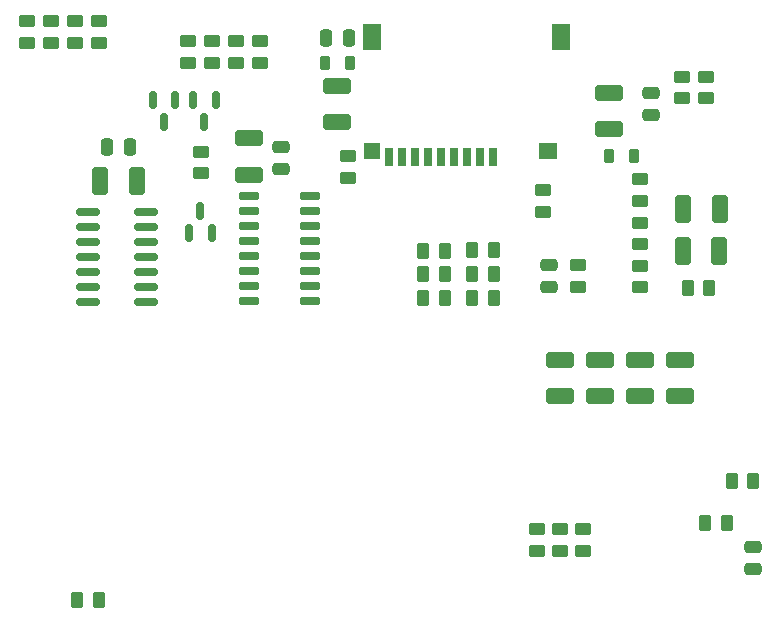
<source format=gbr>
%TF.GenerationSoftware,KiCad,Pcbnew,7.0.7*%
%TF.CreationDate,2024-07-14T10:34:44+05:00*%
%TF.ProjectId,ZXMagic F411,5a584d61-6769-4632-9046-3431312e6b69,rev?*%
%TF.SameCoordinates,Original*%
%TF.FileFunction,Paste,Bot*%
%TF.FilePolarity,Positive*%
%FSLAX46Y46*%
G04 Gerber Fmt 4.6, Leading zero omitted, Abs format (unit mm)*
G04 Created by KiCad (PCBNEW 7.0.7) date 2024-07-14 10:34:44*
%MOMM*%
%LPD*%
G01*
G04 APERTURE LIST*
G04 Aperture macros list*
%AMRoundRect*
0 Rectangle with rounded corners*
0 $1 Rounding radius*
0 $2 $3 $4 $5 $6 $7 $8 $9 X,Y pos of 4 corners*
0 Add a 4 corners polygon primitive as box body*
4,1,4,$2,$3,$4,$5,$6,$7,$8,$9,$2,$3,0*
0 Add four circle primitives for the rounded corners*
1,1,$1+$1,$2,$3*
1,1,$1+$1,$4,$5*
1,1,$1+$1,$6,$7*
1,1,$1+$1,$8,$9*
0 Add four rect primitives between the rounded corners*
20,1,$1+$1,$2,$3,$4,$5,0*
20,1,$1+$1,$4,$5,$6,$7,0*
20,1,$1+$1,$6,$7,$8,$9,0*
20,1,$1+$1,$8,$9,$2,$3,0*%
G04 Aperture macros list end*
%ADD10RoundRect,0.250000X0.925000X-0.412500X0.925000X0.412500X-0.925000X0.412500X-0.925000X-0.412500X0*%
%ADD11RoundRect,0.250000X-0.450000X0.262500X-0.450000X-0.262500X0.450000X-0.262500X0.450000X0.262500X0*%
%ADD12RoundRect,0.250000X0.450000X-0.262500X0.450000X0.262500X-0.450000X0.262500X-0.450000X-0.262500X0*%
%ADD13R,1.600000X2.200000*%
%ADD14R,1.400000X1.400000*%
%ADD15R,1.600000X1.400000*%
%ADD16R,0.700000X1.600000*%
%ADD17RoundRect,0.250000X-0.250000X-0.475000X0.250000X-0.475000X0.250000X0.475000X-0.250000X0.475000X0*%
%ADD18RoundRect,0.250000X0.475000X-0.250000X0.475000X0.250000X-0.475000X0.250000X-0.475000X-0.250000X0*%
%ADD19RoundRect,0.250000X0.262500X0.450000X-0.262500X0.450000X-0.262500X-0.450000X0.262500X-0.450000X0*%
%ADD20RoundRect,0.250000X-0.262500X-0.450000X0.262500X-0.450000X0.262500X0.450000X-0.262500X0.450000X0*%
%ADD21RoundRect,0.150000X0.150000X-0.587500X0.150000X0.587500X-0.150000X0.587500X-0.150000X-0.587500X0*%
%ADD22RoundRect,0.150000X-0.150000X0.587500X-0.150000X-0.587500X0.150000X-0.587500X0.150000X0.587500X0*%
%ADD23RoundRect,0.150000X0.725000X0.150000X-0.725000X0.150000X-0.725000X-0.150000X0.725000X-0.150000X0*%
%ADD24RoundRect,0.218750X0.218750X0.381250X-0.218750X0.381250X-0.218750X-0.381250X0.218750X-0.381250X0*%
%ADD25RoundRect,0.150000X0.825000X0.150000X-0.825000X0.150000X-0.825000X-0.150000X0.825000X-0.150000X0*%
%ADD26RoundRect,0.218750X-0.218750X-0.381250X0.218750X-0.381250X0.218750X0.381250X-0.218750X0.381250X0*%
%ADD27RoundRect,0.250000X-0.412500X-0.925000X0.412500X-0.925000X0.412500X0.925000X-0.412500X0.925000X0*%
%ADD28RoundRect,0.250000X-0.475000X0.250000X-0.475000X-0.250000X0.475000X-0.250000X0.475000X0.250000X0*%
%ADD29RoundRect,0.250000X-0.925000X0.412500X-0.925000X-0.412500X0.925000X-0.412500X0.925000X0.412500X0*%
G04 APERTURE END LIST*
D10*
%TO.C,C9*%
X124282400Y-58014500D03*
X124282400Y-54939500D03*
%TD*%
D11*
%TO.C,R33*%
X73090000Y-26262500D03*
X73090000Y-28087500D03*
%TD*%
%TO.C,R15*%
X115670000Y-46917500D03*
X115670000Y-48742500D03*
%TD*%
D12*
%TO.C,R31*%
X88755000Y-29787500D03*
X88755000Y-27962500D03*
%TD*%
D10*
%TO.C,C8*%
X120904200Y-58014500D03*
X120904200Y-54939500D03*
%TD*%
D12*
%TO.C,R6*%
X120960000Y-41492500D03*
X120960000Y-39667500D03*
%TD*%
D13*
%TO.C,J5*%
X98250000Y-27650000D03*
D14*
X98250000Y-37250000D03*
D15*
X113100000Y-37250000D03*
D13*
X114250000Y-27650000D03*
D16*
X108500000Y-37750000D03*
X107350000Y-37750000D03*
X106250000Y-37750000D03*
X105150000Y-37750000D03*
X104050000Y-37750000D03*
X102950000Y-37750000D03*
X101850000Y-37750000D03*
X100750000Y-37750000D03*
X99650000Y-37750000D03*
%TD*%
D17*
%TO.C,C15*%
X75820000Y-36950000D03*
X77720000Y-36950000D03*
%TD*%
D11*
%TO.C,R35*%
X69010000Y-26262500D03*
X69010000Y-28087500D03*
%TD*%
D18*
%TO.C,C6*%
X130460000Y-72680000D03*
X130460000Y-70780000D03*
%TD*%
D19*
%TO.C,R17*%
X104382500Y-49706600D03*
X102557500Y-49706600D03*
%TD*%
D10*
%TO.C,C16*%
X118260000Y-35417500D03*
X118260000Y-32342500D03*
%TD*%
D20*
%TO.C,R36*%
X73262500Y-75275000D03*
X75087500Y-75275000D03*
%TD*%
D21*
%TO.C,D1*%
X84660000Y-44237500D03*
X82760000Y-44237500D03*
X83710000Y-42362500D03*
%TD*%
D12*
%TO.C,R27*%
X82635000Y-29787500D03*
X82635000Y-27962500D03*
%TD*%
D20*
%TO.C,R22*%
X106697500Y-45686800D03*
X108522500Y-45686800D03*
%TD*%
D22*
%TO.C,D3*%
X79680000Y-32932500D03*
X81580000Y-32932500D03*
X80630000Y-34807500D03*
%TD*%
D11*
%TO.C,R24*%
X114150000Y-69287500D03*
X114150000Y-71112500D03*
%TD*%
%TO.C,R26*%
X83750000Y-37327500D03*
X83750000Y-39152500D03*
%TD*%
D10*
%TO.C,C7*%
X117526000Y-58014500D03*
X117526000Y-54939500D03*
%TD*%
D23*
%TO.C,U3*%
X93005000Y-41115000D03*
X93005000Y-42385000D03*
X93005000Y-43655000D03*
X93005000Y-44925000D03*
X93005000Y-46195000D03*
X93005000Y-47465000D03*
X93005000Y-48735000D03*
X93005000Y-50005000D03*
X87855000Y-50005000D03*
X87855000Y-48735000D03*
X87855000Y-47465000D03*
X87855000Y-46195000D03*
X87855000Y-44925000D03*
X87855000Y-43655000D03*
X87855000Y-42385000D03*
X87855000Y-41115000D03*
%TD*%
D20*
%TO.C,R37*%
X128687500Y-65250000D03*
X130512500Y-65250000D03*
%TD*%
D12*
%TO.C,R14*%
X120960000Y-45172500D03*
X120960000Y-43347500D03*
%TD*%
D24*
%TO.C,L1*%
X120392500Y-37700000D03*
X118267500Y-37700000D03*
%TD*%
D17*
%TO.C,C18*%
X94350000Y-27702500D03*
X96250000Y-27702500D03*
%TD*%
D12*
%TO.C,R29*%
X75105397Y-28087500D03*
X75105397Y-26262500D03*
%TD*%
D11*
%TO.C,R5*%
X124465000Y-30962500D03*
X124465000Y-32787500D03*
%TD*%
%TO.C,R16*%
X120960000Y-47000000D03*
X120960000Y-48825000D03*
%TD*%
D12*
%TO.C,R28*%
X84675000Y-29787500D03*
X84675000Y-27962500D03*
%TD*%
D19*
%TO.C,R2*%
X128292500Y-68750000D03*
X126467500Y-68750000D03*
%TD*%
D11*
%TO.C,R23*%
X116101800Y-69287500D03*
X116101800Y-71112500D03*
%TD*%
D19*
%TO.C,R19*%
X104382500Y-45693400D03*
X102557500Y-45693400D03*
%TD*%
D22*
%TO.C,D2*%
X83100000Y-32932500D03*
X85000000Y-32932500D03*
X84050000Y-34807500D03*
%TD*%
D20*
%TO.C,R1*%
X124947500Y-48900000D03*
X126772500Y-48900000D03*
%TD*%
D10*
%TO.C,C10*%
X114147800Y-58014500D03*
X114147800Y-54939500D03*
%TD*%
D25*
%TO.C,U2*%
X79115000Y-42420000D03*
X79115000Y-43690000D03*
X79115000Y-44960000D03*
X79115000Y-46230000D03*
X79115000Y-47500000D03*
X79115000Y-48770000D03*
X79115000Y-50040000D03*
X74165000Y-50040000D03*
X74165000Y-48770000D03*
X74165000Y-47500000D03*
X74165000Y-46230000D03*
X74165000Y-44960000D03*
X74165000Y-43690000D03*
X74165000Y-42420000D03*
%TD*%
D18*
%TO.C,C13*%
X90570000Y-38800000D03*
X90570000Y-36900000D03*
%TD*%
D20*
%TO.C,R20*%
X106697500Y-49700000D03*
X108522500Y-49700000D03*
%TD*%
D10*
%TO.C,C11*%
X87860000Y-39270000D03*
X87860000Y-36195000D03*
%TD*%
D12*
%TO.C,R32*%
X86715000Y-29787500D03*
X86715000Y-27962500D03*
%TD*%
%TO.C,R38*%
X126475000Y-32787500D03*
X126475000Y-30962500D03*
%TD*%
D20*
%TO.C,R21*%
X106707500Y-47700000D03*
X108532500Y-47700000D03*
%TD*%
D26*
%TO.C,L2*%
X94237500Y-29812500D03*
X96362500Y-29812500D03*
%TD*%
D11*
%TO.C,R25*%
X112194200Y-69287500D03*
X112194200Y-71112500D03*
%TD*%
D12*
%TO.C,R13*%
X112750000Y-42402500D03*
X112750000Y-40577500D03*
%TD*%
D27*
%TO.C,C2*%
X124599100Y-42202200D03*
X127674100Y-42202200D03*
%TD*%
D11*
%TO.C,R34*%
X71050000Y-26262500D03*
X71050000Y-28087500D03*
%TD*%
D27*
%TO.C,C1*%
X124573700Y-45707400D03*
X127648700Y-45707400D03*
%TD*%
D18*
%TO.C,C12*%
X121820000Y-34230000D03*
X121820000Y-32330000D03*
%TD*%
D28*
%TO.C,C5*%
X113200000Y-46910000D03*
X113200000Y-48810000D03*
%TD*%
D19*
%TO.C,R18*%
X104382500Y-47700000D03*
X102557500Y-47700000D03*
%TD*%
D27*
%TO.C,C14*%
X75242500Y-39770000D03*
X78317500Y-39770000D03*
%TD*%
D12*
%TO.C,R30*%
X96200000Y-39542500D03*
X96200000Y-37717500D03*
%TD*%
D29*
%TO.C,C17*%
X95300000Y-31725000D03*
X95300000Y-34800000D03*
%TD*%
M02*

</source>
